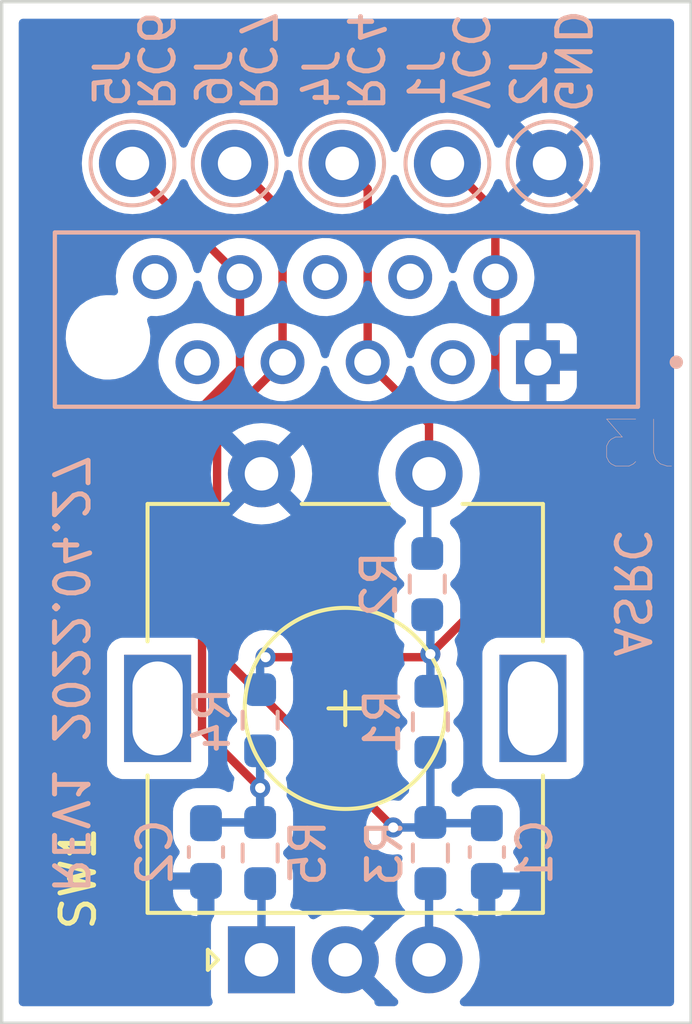
<source format=kicad_pcb>
(kicad_pcb (version 20211014) (generator pcbnew)
  (layers (0 "F.Cu" signal) (31 "B.Cu" signal) (34 "B.Paste" user) (35 "F.Paste" user) (36 "B.SilkS" user "B.Silkscreen") (37 "F.SilkS" user "F.Silkscreen") (38 "B.Mask" user) (39 "F.Mask" user) (44 "Edge.Cuts" user))
  (net 0 "")
  (net 1 "GND")
  (net 2 "RC7{slash}CHB")
  (net 3 "RC6{slash}CHA")
  (net 4 "VCC")
  (net 9 "RC4{slash}SW")
  (net 11 "Net-(R3-Pad1)")
  (net 12 "Net-(R5-Pad1)")
  (footprint "Rotary_Encoder:RotaryEncoder_Alps_EC11E-Switch_Vertical_H20mm" (layer "F.Cu") (at 139.833 79.386 90)
    (fp_text reference "SW1" (at 2.424 -5.467 90) (layer "F.SilkS"))
    (fp_text value "RotaryEncoder_Switch")
    (fp_line (start 5.5 -3.4) (end 1.4 -3.4) (layer "F.SilkS") (width 0.12))
    (fp_line (start 1.4 -3.4) (end 1.4 8.4) (layer "F.SilkS") (width 0.12))
    (fp_line (start 13.6 8.4) (end 9.5 8.4) (layer "F.SilkS") (width 0.12))
    (fp_line (start 0 -1.3) (end -0.3 -1.6) (layer "F.SilkS") (width 0.12))
    (fp_line (start 7 2.5) (end 8 2.5) (layer "F.SilkS") (width 0.12))
    (fp_line (start 9.5 -3.4) (end 13.6 -3.4) (layer "F.SilkS") (width 0.12))
    (fp_line (start 0.3 -1.6) (end 0 -1.3) (layer "F.SilkS") (width 0.12))
    (fp_line (start 13.6 1.2) (end 13.6 3.8) (layer "F.SilkS") (width 0.12))
    (fp_line (start 5.5 8.4) (end 1.4 8.4) (layer "F.SilkS") (width 0.12))
    (fp_line (start 13.6 6) (end 13.6 8.4) (layer "F.SilkS") (width 0.12))
    (fp_line (start 13.6 -3.4) (end 13.6 -1) (layer "F.SilkS") (width 0.12))
    (fp_line (start 7.5 2) (end 7.5 3) (layer "F.SilkS") (width 0.12))
    (fp_line (start -0.3 -1.6) (end 0.3 -1.6) (layer "F.SilkS") (width 0.12))
    (fp_circle (center 7.5 2.5) (end 10.5 2.5) (layer "F.SilkS") (width 0.12) (fill none))
    (pad "A" thru_hole rect (at 0 0 90) (size 2 2) (drill 1) (layers *.Cu *.Mask) (net 12 "Net-(R5-Pad1)"))
    (pad "B" thru_hole circle (at 0 5 90) (size 2 2) (drill 1) (layers *.Cu *.Mask) (net 11 "Net-(R3-Pad1)"))
    (pad "C" thru_hole circle (at 0 2.5 90) (size 2 2) (drill 1) (layers *.Cu *.Mask) (net 1 "GND"))
    (pad "MP" thru_hole rect (at 7.5 -3.1 90) (size 3.2 2) (drill oval 2.8 1.5) (layers *.Cu *.Mask))
    (pad "MP" thru_hole rect (at 7.5 8.1 90) (size 3.2 2) (drill oval 2.8 1.5) (layers *.Cu *.Mask))
    (pad "S1" thru_hole circle (at 14.5 5 90) (size 2 2) (drill 1) (layers *.Cu *.Mask) (net 9 "RC4{slash}SW"))
    (pad "S2" thru_hole circle (at 14.5 0 90) (size 2 2) (drill 1) (layers *.Cu *.Mask) (net 1 "GND"))
  )
  (footprint "Connector_Pin:Pin_D1.0mm_L10.0mm" (layer "B.Cu") (at 148.429 55.626 180)
    (fp_text reference "J2" (at 0.601 2.54 90) (layer "B.SilkS") (effects (justify mirror)))
    (fp_text value "GND")
    (fp_circle (center 0 0) (end 1.25 -0.05) (layer "B.SilkS") (width 0.12) (fill none))
    (pad "1" thru_hole circle (at 0 0 180) (size 2 2) (drill 1) (layers *.Cu *.Mask) (net 1 "GND"))
  )
  (footprint "Resistor_SMD:R_0603_1608Metric_Pad0.98x0.95mm_HandSolder" (layer "B.Cu") (at 144.873 72.2865 -90)
    (fp_text reference "R1" (at 0 1.43 90) (layer "B.SilkS") (effects (justify mirror)))
    (fp_text value "10k")
    (fp_line (start -0.254724 -0.5225) (end 0.254724 -0.5225) (layer "B.SilkS") (width 0.12))
    (fp_line (start -0.254724 0.5225) (end 0.254724 0.5225) (layer "B.SilkS") (width 0.12))
    (pad "1" smd roundrect (at -0.9125 0 270) (size 0.975 0.95) (layers "B.Cu" "B.Paste" "B.Mask") (net 4 "VCC"))
    (pad "2" smd roundrect (at 0.9125 0 270) (size 0.975 0.95) (layers "B.Cu" "B.Paste" "B.Mask") (net 2 "RC7{slash}CHB"))
  )
  (footprint "Resistor_SMD:R_0603_1608Metric_Pad0.98x0.95mm_HandSolder" (layer "B.Cu") (at 144.873 76.2 90)
    (fp_text reference "R3" (at 0 -1.363 90) (layer "B.SilkS") (effects (justify mirror)))
    (fp_text value "10k")
    (fp_line (start -0.254724 0.5225) (end 0.254724 0.5225) (layer "B.SilkS") (width 0.12))
    (fp_line (start -0.254724 -0.5225) (end 0.254724 -0.5225) (layer "B.SilkS") (width 0.12))
    (pad "1" smd roundrect (at -0.9125 0 90) (size 0.975 0.95) (layers "B.Cu" "B.Paste" "B.Mask") (net 11 "Net-(R3-Pad1)"))
    (pad "2" smd roundrect (at 0.9125 0 90) (size 0.975 0.95) (layers "B.Cu" "B.Paste" "B.Mask") (net 2 "RC7{slash}CHB"))
  )
  (footprint "Capacitor_SMD:C_0603_1608Metric_Pad1.08x0.95mm_HandSolder" (layer "B.Cu") (at 138.176 76.1735 90)
    (fp_text reference "C2" (at 0 -1.524 90) (layer "B.SilkS") (effects (justify mirror)))
    (fp_text value "10nF")
    (fp_line (start -0.146267 -0.51) (end 0.146267 -0.51) (layer "B.SilkS") (width 0.12))
    (fp_line (start -0.146267 0.51) (end 0.146267 0.51) (layer "B.SilkS") (width 0.12))
    (pad "1" smd roundrect (at -0.8625 0 90) (size 1.075 0.95) (layers "B.Cu" "B.Paste" "B.Mask") (net 1 "GND"))
    (pad "2" smd roundrect (at 0.8625 0 90) (size 1.075 0.95) (layers "B.Cu" "B.Paste" "B.Mask") (net 3 "RC6{slash}CHA"))
  )
  (footprint "Capacitor_SMD:C_0603_1608Metric_Pad1.08x0.95mm_HandSolder" (layer "B.Cu") (at 146.558 76.1735 90)
    (fp_text reference "C1" (at 0 1.43 90) (layer "B.SilkS") (effects (justify mirror)))
    (fp_text value "10nF")
    (fp_line (start -0.146267 -0.51) (end 0.146267 -0.51) (layer "B.SilkS") (width 0.12))
    (fp_line (start -0.146267 0.51) (end 0.146267 0.51) (layer "B.SilkS") (width 0.12))
    (pad "1" smd roundrect (at -0.8625 0 90) (size 1.075 0.95) (layers "B.Cu" "B.Paste" "B.Mask") (net 1 "GND"))
    (pad "2" smd roundrect (at 0.8625 0 90) (size 1.075 0.95) (layers "B.Cu" "B.Paste" "B.Mask") (net 2 "RC7{slash}CHB"))
  )
  (footprint "Resistor_SMD:R_0603_1608Metric_Pad0.98x0.95mm_HandSolder" (layer "B.Cu") (at 144.78 68.1755 -90)
    (fp_text reference "R2" (at 0 1.43 90) (layer "B.SilkS") (effects (justify mirror)))
    (fp_text value "10k")
    (fp_line (start -0.254724 0.5225) (end 0.254724 0.5225) (layer "B.SilkS") (width 0.12))
    (fp_line (start -0.254724 -0.5225) (end 0.254724 -0.5225) (layer "B.SilkS") (width 0.12))
    (pad "1" smd roundrect (at -0.9125 0 270) (size 0.975 0.95) (layers "B.Cu" "B.Paste" "B.Mask") (net 9 "RC4{slash}SW"))
    (pad "2" smd roundrect (at 0.9125 0 270) (size 0.975 0.95) (layers "B.Cu" "B.Paste" "B.Mask") (net 4 "VCC"))
  )
  (footprint "Connector_Pin:Pin_D1.0mm_L10.0mm" (layer "B.Cu") (at 139.031 55.626 180)
    (fp_text reference "J6" (at 0.601 2.54 90) (layer "B.SilkS") (effects (justify mirror)))
    (fp_text value "RC7")
    (fp_circle (center 0 0) (end 1.25 -0.05) (layer "B.SilkS") (width 0.12) (fill none))
    (pad "1" thru_hole circle (at 0 0 180) (size 2 2) (drill 1) (layers *.Cu *.Mask) (net 2 "RC7{slash}CHB"))
  )
  (footprint "kicad-snk:TE_CONN_RCPT_10POS_0.1_TIN_PCB" (layer "B.Cu") (at 148.082 61.556 180)
    (fp_text reference "J3" (at -2.985 -2.452) (layer "B.SilkS") (effects (font (size 1.40137 1.40137) (thickness 0.015)) (justify mirror)))
    (fp_text value "B")
    (fp_line (start 14.415 3.87) (end 14.415 -1.33) (layer "B.SilkS") (width 0.127))
    (fp_line (start 14.415 -1.33) (end -2.985 -1.33) (layer "B.SilkS") (width 0.127))
    (fp_line (start -2.985 -1.33) (end -2.985 3.87) (layer "B.SilkS") (width 0.127))
    (fp_line (start -2.985 3.87) (end 14.415 3.87) (layer "B.SilkS") (width 0.127))
    (fp_circle (center -4.13 0) (end -4.03 0) (layer "B.SilkS") (width 0.2) (fill none))
    (pad "" np_thru_hole circle locked (at 12.83 0.74 180) (size 1.5 1.5) (drill 1.5) (layers *.Cu *.Mask))
    (pad "1" thru_hole rect locked (at 0 0 180) (size 1.308 1.308) (drill 0.8) (layers *.Cu *.Mask) (net 1 "GND"))
    (pad "2" thru_hole circle locked (at 1.27 2.54 180) (size 1.308 1.308) (drill 0.8) (layers *.Cu *.Mask) (net 4 "VCC"))
    (pad "3" thru_hole circle locked (at 2.54 0 180) (size 1.308 1.308) (drill 0.8) (layers *.Cu *.Mask))
    (pad "4" thru_hole circle locked (at 3.81 2.54 180) (size 1.308 1.308) (drill 0.8) (layers *.Cu *.Mask))
    (pad "5" thru_hole circle locked (at 5.08 0 180) (size 1.308 1.308) (drill 0.8) (layers *.Cu *.Mask) (net 9 "RC4{slash}SW"))
    (pad "6" thru_hole circle locked (at 6.35 2.54 180) (size 1.308 1.308) (drill 0.8) (layers *.Cu *.Mask))
    (pad "7" thru_hole circle locked (at 7.62 0 180) (size 1.308 1.308) (drill 0.8) (layers *.Cu *.Mask) (net 2 "RC7{slash}CHB"))
    (pad "8" thru_hole circle locked (at 8.89 2.54 180) (size 1.308 1.308) (drill 0.8) (layers *.Cu *.Mask) (net 3 "RC6{slash}CHA"))
    (pad "9" thru_hole circle locked (at 10.16 0 180) (size 1.308 1.308) (drill 0.8) (layers *.Cu *.Mask))
    (pad "10" thru_hole circle locked (at 11.43 2.54 180) (size 1.308 1.308) (drill 0.8) (layers *.Cu *.Mask))
  )
  (footprint "Connector_Pin:Pin_D1.0mm_L10.0mm" (layer "B.Cu") (at 135.983 55.626 180)
    (fp_text reference "J5" (at 0.601 2.54 90) (layer "B.SilkS") (effects (justify mirror)))
    (fp_text value "RC6")
    (fp_circle (center 0 0) (end 1.25 -0.05) (layer "B.SilkS") (width 0.12) (fill none))
    (pad "1" thru_hole circle (at 0 0 180) (size 2 2) (drill 1) (layers *.Cu *.Mask) (net 3 "RC6{slash}CHA"))
  )
  (footprint "Resistor_SMD:R_0603_1608Metric_Pad0.98x0.95mm_HandSolder" (layer "B.Cu") (at 139.793 76.2 90)
    (fp_text reference "R5" (at 0 1.43 90) (layer "B.SilkS") (effects (justify mirror)))
    (fp_text value "10k")
    (fp_line (start -0.254724 0.5225) (end 0.254724 0.5225) (layer "B.SilkS") (width 0.12))
    (fp_line (start -0.254724 -0.5225) (end 0.254724 -0.5225) (layer "B.SilkS") (width 0.12))
    (pad "1" smd roundrect (at -0.9125 0 90) (size 0.975 0.95) (layers "B.Cu" "B.Paste" "B.Mask") (net 12 "Net-(R5-Pad1)"))
    (pad "2" smd roundrect (at 0.9125 0 90) (size 0.975 0.95) (layers "B.Cu" "B.Paste" "B.Mask") (net 3 "RC6{slash}CHA"))
  )
  (footprint "Connector_Pin:Pin_D1.0mm_L10.0mm" (layer "B.Cu") (at 145.381 55.626 180)
    (fp_text reference "J1" (at 0.601 2.54 90) (layer "B.SilkS") (effects (justify mirror)))
    (fp_text value "VCC")
    (fp_circle (center 0 0) (end 1.25 -0.05) (layer "B.SilkS") (width 0.12) (fill none))
    (pad "1" thru_hole circle (at 0 0 180) (size 2 2) (drill 1) (layers *.Cu *.Mask) (net 4 "VCC"))
  )
  (footprint "Connector_Pin:Pin_D1.0mm_L10.0mm" (layer "B.Cu") (at 142.24 55.626 180)
    (fp_text reference "J4" (at 0.601 2.54 90) (layer "B.SilkS") (effects (justify mirror)))
    (fp_text value "RC4")
    (fp_circle (center 0 0) (end 1.25 -0.05) (layer "B.SilkS") (width 0.12) (fill none))
    (pad "1" thru_hole circle (at 0 0 180) (size 2 2) (drill 1) (layers *.Cu *.Mask) (net 9 "RC4{slash}SW"))
  )
  (footprint "Resistor_SMD:R_0603_1608Metric_Pad0.98x0.95mm_HandSolder" (layer "B.Cu") (at 139.793 72.2395 -90)
    (fp_text reference "R4" (at 0 1.43 90) (layer "B.SilkS") (effects (justify mirror)))
    (fp_text value "10k")
    (fp_line (start -0.254724 0.5225) (end 0.254724 0.5225) (layer "B.SilkS") (width 0.12))
    (fp_line (start -0.254724 -0.5225) (end 0.254724 -0.5225) (layer "B.SilkS") (width 0.12))
    (pad "1" smd roundrect (at -0.9125 0 270) (size 0.975 0.95) (layers "B.Cu" "B.Paste" "B.Mask") (net 4 "VCC"))
    (pad "2" smd roundrect (at 0.9125 0 270) (size 0.975 0.95) (layers "B.Cu" "B.Paste" "B.Mask") (net 3 "RC6{slash}CHA"))
  )
  (gr_rect (start 132.08 50.8) (end 152.654 81.28) (layer "Edge.Cuts") (width 0.1) (fill none))
  (gr_text "ASRC" (at 150.876 68.430224 270) (layer "B.SilkS") (effects (font (size 1 1)) (justify mirror)))
  (gr_text "VCC" (at 146.05 52.578 270) (layer "B.SilkS") (effects (font (size 1 1)) (justify mirror)))
  (gr_text "RC4" (at 142.909 52.578 270) (layer "B.SilkS") (effects (font (size 1 1)) (justify mirror)))
  (gr_text "REV1 2022.04.27" (at 134.112 70.866 270) (layer "B.SilkS") (effects (font (size 1 1)) (justify mirror)))
  (gr_text "GND" (at 149.098 52.578 270) (layer "B.SilkS") (effects (font (size 1 1)) (justify mirror)))
  (gr_text "RC6" (at 136.652 52.578 270) (layer "B.SilkS") (effects (font (size 1 1)) (justify mirror)))
  (gr_text "RC7\n" (at 139.7 52.578 270) (layer "B.SilkS") (effects (font (size 1 1)) (justify mirror)))
  (segment (start 140.462 61.556) (end 140.462 57.057) (width 0.25) (layer "F.Cu") (net 2))
  (segment (start 140.462 57.057) (end 139.031 55.626) (width 0.25) (layer "F.Cu") (net 2))
  (segment (start 143.764 75.438) (end 138.508489 70.182489) (width 0.25) (layer "F.Cu") (net 2))
  (segment (start 138.508489 63.509511) (end 140.462 61.556) (width 0.25) (layer "F.Cu") (net 2))
  (segment (start 138.508489 70.182489) (end 138.508489 63.509511) (width 0.25) (layer "F.Cu") (net 2))
  (via (at 143.764 75.438) (size 0.6) (drill 0.3) (layers "F.Cu" "B.Cu") (net 2))
  (segment (start 144.873 75.2875) (end 144.873 73.199) (width 0.25) (layer "B.Cu") (net 2))
  (segment (start 143.764 75.438) (end 144.7225 75.438) (width 0.25) (layer "B.Cu") (net 2))
  (segment (start 144.8965 75.311) (end 144.873 75.2875) (width 0.25) (layer "B.Cu") (net 2))
  (segment (start 144.7225 75.438) (end 144.873 75.2875) (width 0.25) (layer "B.Cu") (net 2))
  (segment (start 146.558 75.311) (end 144.8965 75.311) (width 0.25) (layer "B.Cu") (net 2))
  (segment (start 139.192 59.016) (end 135.983 55.807) (width 0.25) (layer "F.Cu") (net 3))
  (segment (start 138.058969 62.89252) (end 139.192 61.759489) (width 0.25) (layer "F.Cu") (net 3))
  (segment (start 139.793 74.261) (end 138.058969 72.526969) (width 0.25) (layer "F.Cu") (net 3))
  (segment (start 139.192 61.759489) (end 139.192 59.016) (width 0.25) (layer "F.Cu") (net 3))
  (segment (start 138.058969 72.526969) (end 138.058969 62.89252) (width 0.25) (layer "F.Cu") (net 3))
  (segment (start 135.983 55.807) (end 135.983 55.626) (width 0.25) (layer "F.Cu") (net 3))
  (via (at 139.793 74.261) (size 0.6) (drill 0.3) (layers "F.Cu" "B.Cu") (net 3))
  (segment (start 138.1995 75.2875) (end 138.176 75.311) (width 0.25) (layer "B.Cu") (net 3))
  (segment (start 139.793 74.261) (end 139.793 73.152) (width 0.25) (layer "B.Cu") (net 3))
  (segment (start 139.793 75.2875) (end 139.793 74.261) (width 0.25) (layer "B.Cu") (net 3))
  (segment (start 139.793 75.2875) (end 138.1995 75.2875) (width 0.25) (layer "B.Cu") (net 3))
  (segment (start 146.812 68.326) (end 146.812 59.016) (width 0.25) (layer "F.Cu") (net 4))
  (segment (start 144.873 70.265) (end 146.812 68.326) (width 0.25) (layer "F.Cu") (net 4))
  (segment (start 146.812 57.057) (end 146.812 59.016) (width 0.25) (layer "F.Cu") (net 4))
  (segment (start 139.954 70.358) (end 142.494 70.358) (width 0.25) (layer "F.Cu") (net 4))
  (segment (start 145.381 55.626) (end 146.812 57.057) (width 0.25) (layer "F.Cu") (net 4))
  (segment (start 144.78 70.358) (end 144.873 70.265) (width 0.25) (layer "F.Cu") (net 4))
  (segment (start 142.494 70.358) (end 144.78 70.358) (width 0.25) (layer "F.Cu") (net 4))
  (via (at 144.873 70.265) (size 0.6) (drill 0.3) (layers "F.Cu" "B.Cu") (net 4))
  (via (at 139.954 70.358) (size 0.6) (drill 0.3) (layers "F.Cu" "B.Cu") (net 4))
  (segment (start 144.873 70.265) (end 144.873 69.181) (width 0.25) (layer "B.Cu") (net 4))
  (segment (start 144.873 71.374) (end 144.873 70.265) (width 0.25) (layer "B.Cu") (net 4))
  (segment (start 139.793 71.327) (end 139.793 70.519) (width 0.25) (layer "B.Cu") (net 4))
  (segment (start 144.873 69.181) (end 144.78 69.088) (width 0.25) (layer "B.Cu") (net 4))
  (segment (start 139.793 70.519) (end 139.954 70.358) (width 0.25) (layer "B.Cu") (net 4))
  (segment (start 143.002 56.388) (end 142.24 55.626) (width 0.25) (layer "F.Cu") (net 9))
  (segment (start 143.002 61.556) (end 143.002 56.388) (width 0.25) (layer "F.Cu") (net 9))
  (segment (start 144.833 64.886) (end 144.833 63.387) (width 0.25) (layer "F.Cu") (net 9))
  (segment (start 144.833 63.387) (end 143.002 61.556) (width 0.25) (layer "F.Cu") (net 9))
  (segment (start 144.78 67.263) (end 144.78 64.939) (width 0.25) (layer "B.Cu") (net 9))
  (segment (start 144.78 64.939) (end 144.833 64.886) (width 0.25) (layer "B.Cu") (net 9))
  (segment (start 144.833 77.1525) (end 144.873 77.1125) (width 0.25) (layer "B.Cu") (net 11))
  (segment (start 144.833 79.386) (end 144.833 77.1525) (width 0.25) (layer "B.Cu") (net 11))
  (segment (start 139.833 79.386) (end 139.833 77.1525) (width 0.25) (layer "B.Cu") (net 12))
  (segment (start 139.833 77.1525) (end 139.793 77.1125) (width 0.25) (layer "B.Cu") (net 12))
  (zone (net 1) (net_name "GND") (layer "B.Cu") (connect_pads (clearance 0.508)) (min_thickness 0.254) (fill yes (thermal_gap 0.508) (thermal_bridge_width 0.508))
    (polygon (pts (xy 152.654 81.28) (xy 132.08 81.28) (xy 132.08 50.8) (xy 152.654 50.8)))
  )
)
</source>
